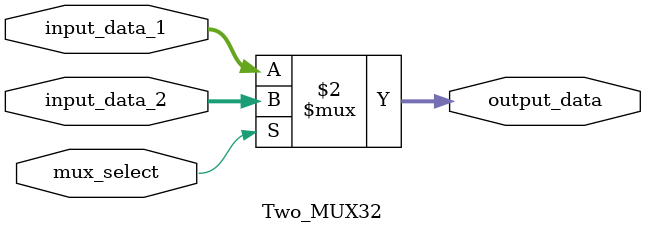
<source format=v>
module Two_MUX32
(
    input wire [31:0] input_data_1,
    input wire [31:0] input_data_2,
    input wire mux_select,
    output wire [31:0] output_data
);
    assign output_data = (mux_select == 1'b0) ? input_data_1 : input_data_2;
endmodule
</source>
